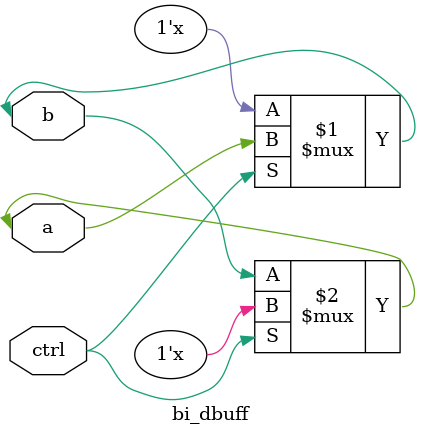
<source format=v>
`timescale 1ns / 1ps


module bi_dbuff(
    input ctrl,
    inout a,
    inout b
    );
  
    bufif1 b_1(b,a,ctrl);
    bufif0 b_2(a,b,ctrl);
  
endmodule

</source>
